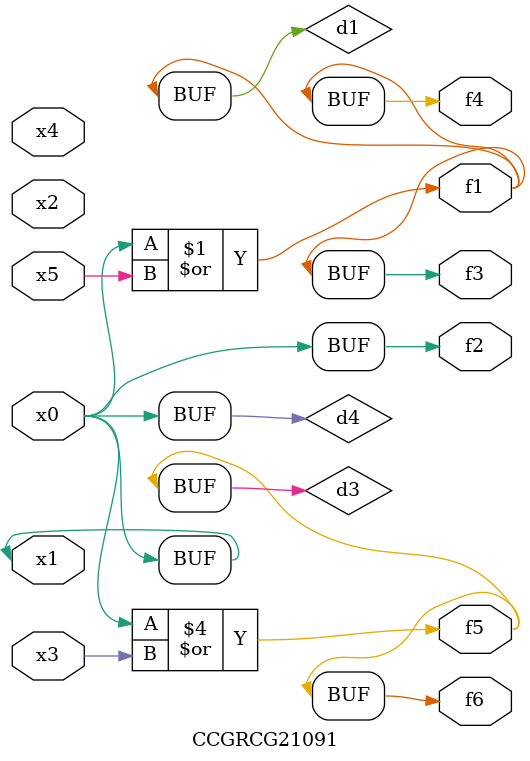
<source format=v>
module CCGRCG21091(
	input x0, x1, x2, x3, x4, x5,
	output f1, f2, f3, f4, f5, f6
);

	wire d1, d2, d3, d4;

	or (d1, x0, x5);
	xnor (d2, x1, x4);
	or (d3, x0, x3);
	buf (d4, x0, x1);
	assign f1 = d1;
	assign f2 = d4;
	assign f3 = d1;
	assign f4 = d1;
	assign f5 = d3;
	assign f6 = d3;
endmodule

</source>
